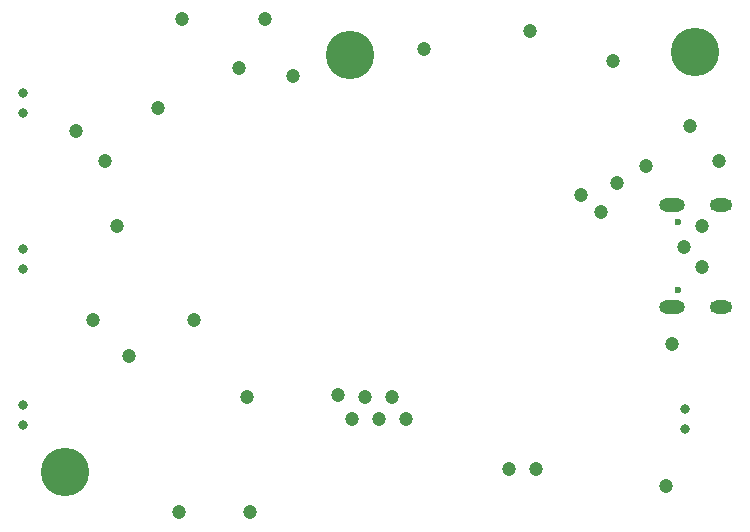
<source format=gbr>
%TF.GenerationSoftware,KiCad,Pcbnew,7.0.9*%
%TF.CreationDate,2024-03-02T15:09:24+02:00*%
%TF.ProjectId,DRM_Watch_V3,44524d5f-5761-4746-9368-5f56332e6b69,rev?*%
%TF.SameCoordinates,Original*%
%TF.FileFunction,Soldermask,Bot*%
%TF.FilePolarity,Negative*%
%FSLAX46Y46*%
G04 Gerber Fmt 4.6, Leading zero omitted, Abs format (unit mm)*
G04 Created by KiCad (PCBNEW 7.0.9) date 2024-03-02 15:09:24*
%MOMM*%
%LPD*%
G01*
G04 APERTURE LIST*
%ADD10C,4.100000*%
%ADD11C,0.800000*%
%ADD12C,0.600000*%
%ADD13O,2.204000X1.104000*%
%ADD14O,1.904000X1.104000*%
%ADD15C,1.200000*%
G04 APERTURE END LIST*
D10*
%TO.C,M2*%
X124460000Y-47752000D03*
%TD*%
D11*
%TO.C,S2*%
X67518000Y-64428000D03*
X67518000Y-66128000D03*
%TD*%
%TO.C,S1*%
X67518000Y-51220000D03*
X67518000Y-52920000D03*
%TD*%
%TO.C,S4*%
X67518000Y-77636000D03*
X67518000Y-79336000D03*
%TD*%
D10*
%TO.C,M3*%
X95250000Y-48006000D03*
%TD*%
D11*
%TO.C,S3*%
X123637000Y-79678000D03*
X123637000Y-77978000D03*
%TD*%
D10*
%TO.C,M1*%
X71120000Y-83312000D03*
%TD*%
D12*
%TO.C,J1*%
X122990000Y-67921000D03*
X122990000Y-62141000D03*
D13*
X122500000Y-69356000D03*
X122500000Y-60706000D03*
D14*
X126670000Y-69356000D03*
X126670000Y-60706000D03*
%TD*%
D15*
%TO.C,TP15*%
X96520000Y-76962000D03*
%TD*%
%TO.C,TP38*%
X86500000Y-77000000D03*
%TD*%
%TO.C,TP9*%
X85852000Y-49149000D03*
%TD*%
%TO.C,TP24*%
X123500000Y-64262000D03*
%TD*%
%TO.C,TP36*%
X124000000Y-54000000D03*
%TD*%
%TO.C,TP5*%
X82000000Y-70500000D03*
%TD*%
%TO.C,TP16*%
X97663000Y-78867000D03*
%TD*%
%TO.C,TP20*%
X76500000Y-73500000D03*
%TD*%
%TO.C,TP12*%
X126500000Y-57000000D03*
%TD*%
%TO.C,TP11*%
X88000000Y-45000000D03*
%TD*%
%TO.C,TP30*%
X110998000Y-83058000D03*
%TD*%
%TO.C,TP37*%
X114821319Y-59885182D03*
%TD*%
%TO.C,TP14*%
X95377000Y-78867000D03*
%TD*%
%TO.C,TP34*%
X120321319Y-57385182D03*
%TD*%
%TO.C,TP1*%
X101500000Y-47500000D03*
%TD*%
%TO.C,TP7*%
X125000000Y-62500000D03*
%TD*%
%TO.C,TP31*%
X116483332Y-61350058D03*
%TD*%
%TO.C,TP4*%
X75500000Y-62500000D03*
%TD*%
%TO.C,TP19*%
X74500000Y-57000000D03*
%TD*%
%TO.C,TP29*%
X108712000Y-83058000D03*
%TD*%
%TO.C,TP6*%
X110500000Y-46000000D03*
%TD*%
%TO.C,TP2*%
X90424000Y-49784000D03*
%TD*%
%TO.C,TP26*%
X86741000Y-86741000D03*
%TD*%
%TO.C,TP32*%
X80772000Y-86741000D03*
%TD*%
%TO.C,TP13*%
X94234000Y-76835000D03*
%TD*%
%TO.C,TP22*%
X122500000Y-72500000D03*
%TD*%
%TO.C,TP25*%
X125000000Y-66000000D03*
%TD*%
%TO.C,TP23*%
X81000000Y-45000000D03*
%TD*%
%TO.C,TP33*%
X117821319Y-58885182D03*
%TD*%
%TO.C,TP8*%
X79000000Y-52500000D03*
%TD*%
%TO.C,TP17*%
X99949000Y-78867000D03*
%TD*%
%TO.C,TP3*%
X72000000Y-54500000D03*
%TD*%
%TO.C,TP18*%
X98806000Y-76962000D03*
%TD*%
%TO.C,TP21*%
X73500000Y-70500000D03*
%TD*%
%TO.C,TP35*%
X117500000Y-48500000D03*
%TD*%
%TO.C,TP10*%
X122000000Y-84500000D03*
%TD*%
M02*

</source>
